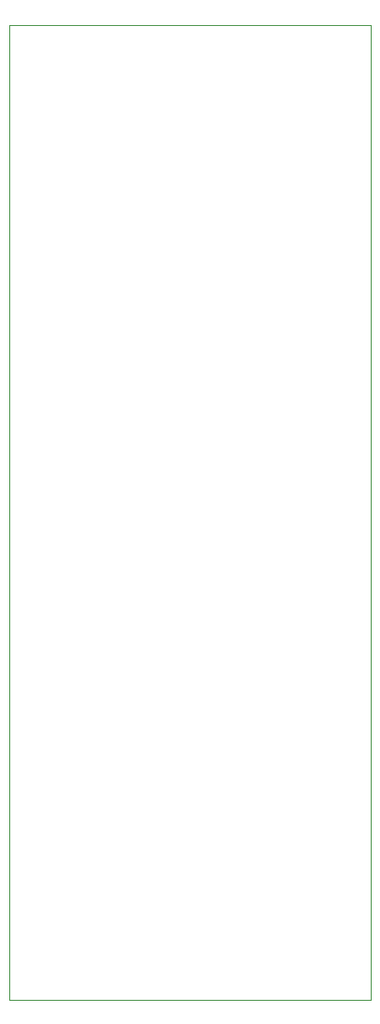
<source format=gbr>
G04 #@! TF.GenerationSoftware,KiCad,Pcbnew,(5.0.2)-1*
G04 #@! TF.CreationDate,2020-06-25T12:03:09-05:00*
G04 #@! TF.ProjectId,ProximityMother_V1,50726f78-696d-4697-9479-4d6f74686572,V1*
G04 #@! TF.SameCoordinates,Original*
G04 #@! TF.FileFunction,Profile,NP*
%FSLAX46Y46*%
G04 Gerber Fmt 4.6, Leading zero omitted, Abs format (unit mm)*
G04 Created by KiCad (PCBNEW (5.0.2)-1) date 6/25/2020 12:03:09 PM*
%MOMM*%
%LPD*%
G01*
G04 APERTURE LIST*
%ADD10C,0.025400*%
G04 APERTURE END LIST*
D10*
X83820000Y-160020000D02*
X83820000Y-71120000D01*
X116840000Y-160020000D02*
X83820000Y-160020000D01*
X116840000Y-71120000D02*
X116840000Y-160020000D01*
X83820000Y-71120000D02*
X116840000Y-71120000D01*
M02*

</source>
